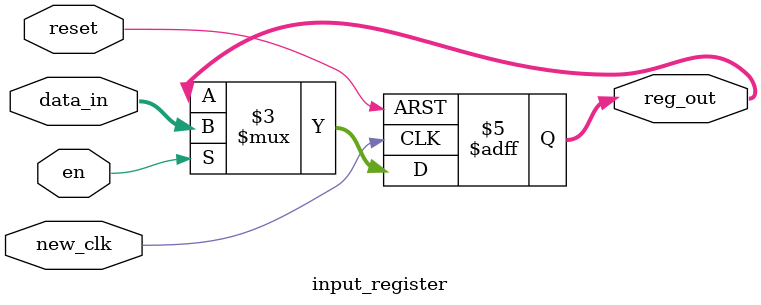
<source format=v>
`timescale 1ns / 1ps
module input_register(new_clk,reset,en,data_in,reg_out);

 input new_clk,reset;
 input en;
 input [1:0] data_in;
 output [1:0] reg_out;
 
 reg [1:0] reg_out;
 
 always @(posedge new_clk,posedge reset)
 begin
 if(reset)
 reg_out <= 0;
 else if(en)
 reg_out <= data_in;
 else
 reg_out <= reg_out;
 end
 
endmodule

</source>
